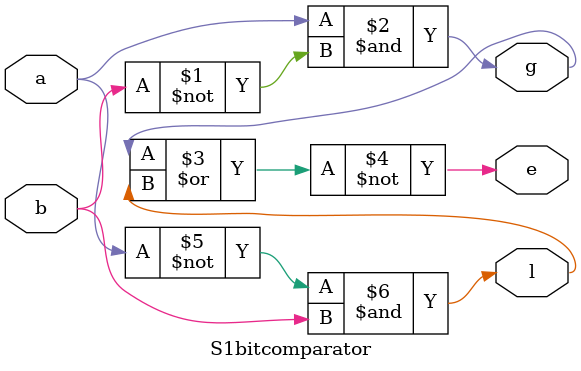
<source format=v>
`timescale 1ns / 1ps
module S1bitcomparator(g,e,l,a,b
    );
input a,b;
output g,e,l;
wire g,e,l;
and a1(g,a,~b);
nor a3(e,g,l);
and a2(l,~a,b);
endmodule


/*
and  a1(g,a,~b);
xnor a3(e,a,b);
and  a2(l,~a,b);
endmodule
*/ 

</source>
